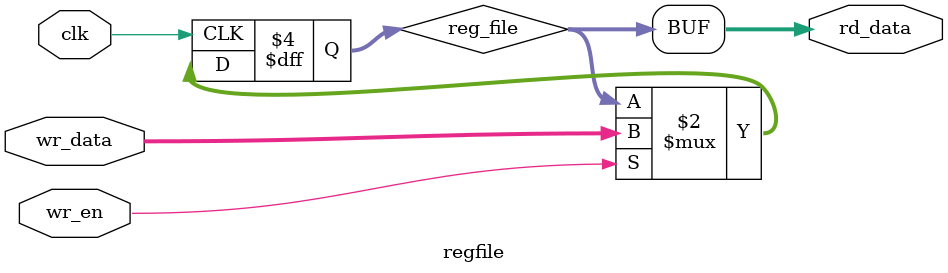
<source format=sv>
module regfile #(parameter DATA_WIDTH = 8)  

    (input clk, 
     input wr_en, 
     input [DATA_WIDTH-1:0] wr_data,
     output  [DATA_WIDTH-1:0] rd_data);

reg [DATA_WIDTH-1:0] reg_file;

always @(posedge clk) begin
    if (wr_en)
        reg_file <= wr_data;
end
    assign rd_data = reg_file;
endmodule


</source>
